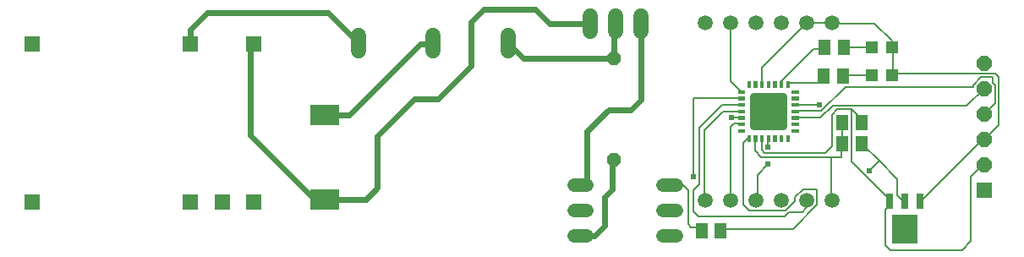
<source format=gtl>
G75*
G70*
%OFA0B0*%
%FSLAX24Y24*%
%IPPOS*%
%LPD*%
%AMOC8*
5,1,8,0,0,1.08239X$1,22.5*
%
%ADD10C,0.0028*%
%ADD11C,0.0291*%
%ADD12C,0.0594*%
%ADD13C,0.0520*%
%ADD14R,0.0472X0.0591*%
%ADD15R,0.0512X0.0630*%
%ADD16R,0.0315X0.0591*%
%ADD17R,0.0984X0.1181*%
%ADD18R,0.0600X0.0600*%
%ADD19OC8,0.0600*%
%ADD20C,0.0600*%
%ADD21OC8,0.0520*%
%ADD22R,0.1181X0.0787*%
%ADD23C,0.0594*%
%ADD24R,0.0594X0.0594*%
%ADD25R,0.0472X0.0472*%
%ADD26C,0.0060*%
%ADD27C,0.0240*%
%ADD28C,0.0240*%
D10*
X028780Y005925D02*
X028780Y006035D01*
X029028Y006035D01*
X029028Y005925D01*
X028780Y005925D01*
X028780Y005952D02*
X029028Y005952D01*
X029028Y005979D02*
X028780Y005979D01*
X028780Y006006D02*
X029028Y006006D01*
X029028Y006033D02*
X028780Y006033D01*
X028780Y006181D02*
X028780Y006291D01*
X029028Y006291D01*
X029028Y006181D01*
X028780Y006181D01*
X028780Y006208D02*
X029028Y006208D01*
X029028Y006235D02*
X028780Y006235D01*
X028780Y006262D02*
X029028Y006262D01*
X029028Y006289D02*
X028780Y006289D01*
X028780Y006437D02*
X028780Y006547D01*
X029028Y006547D01*
X029028Y006437D01*
X028780Y006437D01*
X028780Y006464D02*
X029028Y006464D01*
X029028Y006491D02*
X028780Y006491D01*
X028780Y006518D02*
X029028Y006518D01*
X029028Y006545D02*
X028780Y006545D01*
X028780Y006693D02*
X028780Y006803D01*
X029028Y006803D01*
X029028Y006693D01*
X028780Y006693D01*
X028780Y006720D02*
X029028Y006720D01*
X029028Y006747D02*
X028780Y006747D01*
X028780Y006774D02*
X029028Y006774D01*
X029028Y006801D02*
X028780Y006801D01*
X028780Y006949D02*
X028780Y007059D01*
X029028Y007059D01*
X029028Y006949D01*
X028780Y006949D01*
X028780Y006976D02*
X029028Y006976D01*
X029028Y007003D02*
X028780Y007003D01*
X028780Y007030D02*
X029028Y007030D01*
X029028Y007057D02*
X028780Y007057D01*
X028780Y007205D02*
X028780Y007315D01*
X029028Y007315D01*
X029028Y007205D01*
X028780Y007205D01*
X028780Y007232D02*
X029028Y007232D01*
X029028Y007259D02*
X028780Y007259D01*
X028780Y007286D02*
X029028Y007286D01*
X029028Y007313D02*
X028780Y007313D01*
X028780Y007460D02*
X028780Y007570D01*
X029028Y007570D01*
X029028Y007460D01*
X028780Y007460D01*
X028780Y007487D02*
X029028Y007487D01*
X029028Y007514D02*
X028780Y007514D01*
X028780Y007541D02*
X029028Y007541D01*
X029028Y007568D02*
X028780Y007568D01*
X029145Y007687D02*
X029145Y007935D01*
X029255Y007935D01*
X029255Y007687D01*
X029145Y007687D01*
X029145Y007714D02*
X029255Y007714D01*
X029255Y007741D02*
X029145Y007741D01*
X029145Y007768D02*
X029255Y007768D01*
X029255Y007795D02*
X029145Y007795D01*
X029145Y007822D02*
X029255Y007822D01*
X029255Y007849D02*
X029145Y007849D01*
X029145Y007876D02*
X029255Y007876D01*
X029255Y007903D02*
X029145Y007903D01*
X029145Y007930D02*
X029255Y007930D01*
X029401Y007935D02*
X029401Y007687D01*
X029401Y007935D02*
X029511Y007935D01*
X029511Y007687D01*
X029401Y007687D01*
X029401Y007714D02*
X029511Y007714D01*
X029511Y007741D02*
X029401Y007741D01*
X029401Y007768D02*
X029511Y007768D01*
X029511Y007795D02*
X029401Y007795D01*
X029401Y007822D02*
X029511Y007822D01*
X029511Y007849D02*
X029401Y007849D01*
X029401Y007876D02*
X029511Y007876D01*
X029511Y007903D02*
X029401Y007903D01*
X029401Y007930D02*
X029511Y007930D01*
X029656Y007935D02*
X029656Y007687D01*
X029656Y007935D02*
X029766Y007935D01*
X029766Y007687D01*
X029656Y007687D01*
X029656Y007714D02*
X029766Y007714D01*
X029766Y007741D02*
X029656Y007741D01*
X029656Y007768D02*
X029766Y007768D01*
X029766Y007795D02*
X029656Y007795D01*
X029656Y007822D02*
X029766Y007822D01*
X029766Y007849D02*
X029656Y007849D01*
X029656Y007876D02*
X029766Y007876D01*
X029766Y007903D02*
X029656Y007903D01*
X029656Y007930D02*
X029766Y007930D01*
X029912Y007935D02*
X029912Y007687D01*
X029912Y007935D02*
X030022Y007935D01*
X030022Y007687D01*
X029912Y007687D01*
X029912Y007714D02*
X030022Y007714D01*
X030022Y007741D02*
X029912Y007741D01*
X029912Y007768D02*
X030022Y007768D01*
X030022Y007795D02*
X029912Y007795D01*
X029912Y007822D02*
X030022Y007822D01*
X030022Y007849D02*
X029912Y007849D01*
X029912Y007876D02*
X030022Y007876D01*
X030022Y007903D02*
X029912Y007903D01*
X029912Y007930D02*
X030022Y007930D01*
X030168Y007935D02*
X030168Y007687D01*
X030168Y007935D02*
X030278Y007935D01*
X030278Y007687D01*
X030168Y007687D01*
X030168Y007714D02*
X030278Y007714D01*
X030278Y007741D02*
X030168Y007741D01*
X030168Y007768D02*
X030278Y007768D01*
X030278Y007795D02*
X030168Y007795D01*
X030168Y007822D02*
X030278Y007822D01*
X030278Y007849D02*
X030168Y007849D01*
X030168Y007876D02*
X030278Y007876D01*
X030278Y007903D02*
X030168Y007903D01*
X030168Y007930D02*
X030278Y007930D01*
X030424Y007935D02*
X030424Y007687D01*
X030424Y007935D02*
X030534Y007935D01*
X030534Y007687D01*
X030424Y007687D01*
X030424Y007714D02*
X030534Y007714D01*
X030534Y007741D02*
X030424Y007741D01*
X030424Y007768D02*
X030534Y007768D01*
X030534Y007795D02*
X030424Y007795D01*
X030424Y007822D02*
X030534Y007822D01*
X030534Y007849D02*
X030424Y007849D01*
X030424Y007876D02*
X030534Y007876D01*
X030534Y007903D02*
X030424Y007903D01*
X030424Y007930D02*
X030534Y007930D01*
X030680Y007935D02*
X030680Y007687D01*
X030680Y007935D02*
X030790Y007935D01*
X030790Y007687D01*
X030680Y007687D01*
X030680Y007714D02*
X030790Y007714D01*
X030790Y007741D02*
X030680Y007741D01*
X030680Y007768D02*
X030790Y007768D01*
X030790Y007795D02*
X030680Y007795D01*
X030680Y007822D02*
X030790Y007822D01*
X030790Y007849D02*
X030680Y007849D01*
X030680Y007876D02*
X030790Y007876D01*
X030790Y007903D02*
X030680Y007903D01*
X030680Y007930D02*
X030790Y007930D01*
X030906Y007570D02*
X030906Y007460D01*
X030906Y007570D02*
X031154Y007570D01*
X031154Y007460D01*
X030906Y007460D01*
X030906Y007487D02*
X031154Y007487D01*
X031154Y007514D02*
X030906Y007514D01*
X030906Y007541D02*
X031154Y007541D01*
X031154Y007568D02*
X030906Y007568D01*
X030906Y007315D02*
X030906Y007205D01*
X030906Y007315D02*
X031154Y007315D01*
X031154Y007205D01*
X030906Y007205D01*
X030906Y007232D02*
X031154Y007232D01*
X031154Y007259D02*
X030906Y007259D01*
X030906Y007286D02*
X031154Y007286D01*
X031154Y007313D02*
X030906Y007313D01*
X030906Y007059D02*
X030906Y006949D01*
X030906Y007059D02*
X031154Y007059D01*
X031154Y006949D01*
X030906Y006949D01*
X030906Y006976D02*
X031154Y006976D01*
X031154Y007003D02*
X030906Y007003D01*
X030906Y007030D02*
X031154Y007030D01*
X031154Y007057D02*
X030906Y007057D01*
X030906Y006803D02*
X030906Y006693D01*
X030906Y006803D02*
X031154Y006803D01*
X031154Y006693D01*
X030906Y006693D01*
X030906Y006720D02*
X031154Y006720D01*
X031154Y006747D02*
X030906Y006747D01*
X030906Y006774D02*
X031154Y006774D01*
X031154Y006801D02*
X030906Y006801D01*
X030906Y006547D02*
X030906Y006437D01*
X030906Y006547D02*
X031154Y006547D01*
X031154Y006437D01*
X030906Y006437D01*
X030906Y006464D02*
X031154Y006464D01*
X031154Y006491D02*
X030906Y006491D01*
X030906Y006518D02*
X031154Y006518D01*
X031154Y006545D02*
X030906Y006545D01*
X030906Y006291D02*
X030906Y006181D01*
X030906Y006291D02*
X031154Y006291D01*
X031154Y006181D01*
X030906Y006181D01*
X030906Y006208D02*
X031154Y006208D01*
X031154Y006235D02*
X030906Y006235D01*
X030906Y006262D02*
X031154Y006262D01*
X031154Y006289D02*
X030906Y006289D01*
X030906Y006035D02*
X030906Y005925D01*
X030906Y006035D02*
X031154Y006035D01*
X031154Y005925D01*
X030906Y005925D01*
X030906Y005952D02*
X031154Y005952D01*
X031154Y005979D02*
X030906Y005979D01*
X030906Y006006D02*
X031154Y006006D01*
X031154Y006033D02*
X030906Y006033D01*
X030680Y005809D02*
X030680Y005561D01*
X030680Y005809D02*
X030790Y005809D01*
X030790Y005561D01*
X030680Y005561D01*
X030680Y005588D02*
X030790Y005588D01*
X030790Y005615D02*
X030680Y005615D01*
X030680Y005642D02*
X030790Y005642D01*
X030790Y005669D02*
X030680Y005669D01*
X030680Y005696D02*
X030790Y005696D01*
X030790Y005723D02*
X030680Y005723D01*
X030680Y005750D02*
X030790Y005750D01*
X030790Y005777D02*
X030680Y005777D01*
X030680Y005804D02*
X030790Y005804D01*
X030424Y005809D02*
X030424Y005561D01*
X030424Y005809D02*
X030534Y005809D01*
X030534Y005561D01*
X030424Y005561D01*
X030424Y005588D02*
X030534Y005588D01*
X030534Y005615D02*
X030424Y005615D01*
X030424Y005642D02*
X030534Y005642D01*
X030534Y005669D02*
X030424Y005669D01*
X030424Y005696D02*
X030534Y005696D01*
X030534Y005723D02*
X030424Y005723D01*
X030424Y005750D02*
X030534Y005750D01*
X030534Y005777D02*
X030424Y005777D01*
X030424Y005804D02*
X030534Y005804D01*
X030168Y005809D02*
X030168Y005561D01*
X030168Y005809D02*
X030278Y005809D01*
X030278Y005561D01*
X030168Y005561D01*
X030168Y005588D02*
X030278Y005588D01*
X030278Y005615D02*
X030168Y005615D01*
X030168Y005642D02*
X030278Y005642D01*
X030278Y005669D02*
X030168Y005669D01*
X030168Y005696D02*
X030278Y005696D01*
X030278Y005723D02*
X030168Y005723D01*
X030168Y005750D02*
X030278Y005750D01*
X030278Y005777D02*
X030168Y005777D01*
X030168Y005804D02*
X030278Y005804D01*
X029912Y005809D02*
X029912Y005561D01*
X029912Y005809D02*
X030022Y005809D01*
X030022Y005561D01*
X029912Y005561D01*
X029912Y005588D02*
X030022Y005588D01*
X030022Y005615D02*
X029912Y005615D01*
X029912Y005642D02*
X030022Y005642D01*
X030022Y005669D02*
X029912Y005669D01*
X029912Y005696D02*
X030022Y005696D01*
X030022Y005723D02*
X029912Y005723D01*
X029912Y005750D02*
X030022Y005750D01*
X030022Y005777D02*
X029912Y005777D01*
X029912Y005804D02*
X030022Y005804D01*
X029656Y005809D02*
X029656Y005561D01*
X029656Y005809D02*
X029766Y005809D01*
X029766Y005561D01*
X029656Y005561D01*
X029656Y005588D02*
X029766Y005588D01*
X029766Y005615D02*
X029656Y005615D01*
X029656Y005642D02*
X029766Y005642D01*
X029766Y005669D02*
X029656Y005669D01*
X029656Y005696D02*
X029766Y005696D01*
X029766Y005723D02*
X029656Y005723D01*
X029656Y005750D02*
X029766Y005750D01*
X029766Y005777D02*
X029656Y005777D01*
X029656Y005804D02*
X029766Y005804D01*
X029401Y005809D02*
X029401Y005561D01*
X029401Y005809D02*
X029511Y005809D01*
X029511Y005561D01*
X029401Y005561D01*
X029401Y005588D02*
X029511Y005588D01*
X029511Y005615D02*
X029401Y005615D01*
X029401Y005642D02*
X029511Y005642D01*
X029511Y005669D02*
X029401Y005669D01*
X029401Y005696D02*
X029511Y005696D01*
X029511Y005723D02*
X029401Y005723D01*
X029401Y005750D02*
X029511Y005750D01*
X029511Y005777D02*
X029401Y005777D01*
X029401Y005804D02*
X029511Y005804D01*
X029145Y005809D02*
X029145Y005561D01*
X029145Y005809D02*
X029255Y005809D01*
X029255Y005561D01*
X029145Y005561D01*
X029145Y005588D02*
X029255Y005588D01*
X029255Y005615D02*
X029145Y005615D01*
X029145Y005642D02*
X029255Y005642D01*
X029255Y005669D02*
X029145Y005669D01*
X029145Y005696D02*
X029255Y005696D01*
X029255Y005723D02*
X029145Y005723D01*
X029145Y005750D02*
X029255Y005750D01*
X029255Y005777D02*
X029145Y005777D01*
X029145Y005804D02*
X029255Y005804D01*
D11*
X029384Y006165D02*
X029384Y007331D01*
X030550Y007331D01*
X030550Y006165D01*
X029384Y006165D01*
X029384Y006455D02*
X030550Y006455D01*
X030550Y006745D02*
X029384Y006745D01*
X029384Y007035D02*
X030550Y007035D01*
X030550Y007325D02*
X029384Y007325D01*
D12*
X029486Y010215D03*
X028486Y010215D03*
X027486Y010215D03*
X030486Y010215D03*
X031486Y010215D03*
X032486Y010215D03*
X032486Y003215D03*
X031486Y003215D03*
X030486Y003215D03*
X029486Y003215D03*
X028486Y003215D03*
X027486Y003215D03*
D13*
X026359Y002824D02*
X025839Y002824D01*
X025839Y003824D02*
X026359Y003824D01*
X022839Y003824D02*
X022319Y003824D01*
X022319Y002824D02*
X022839Y002824D01*
X022839Y001824D02*
X022319Y001824D01*
X025839Y001824D02*
X026359Y001824D01*
D14*
X027355Y002038D03*
X028105Y002038D03*
X032163Y008138D03*
X032913Y008138D03*
X032943Y009248D03*
X032193Y009248D03*
D15*
X032875Y006289D03*
X033662Y006289D03*
X033662Y005456D03*
X032875Y005456D03*
D16*
X034764Y003201D03*
X035354Y003201D03*
X035945Y003201D03*
D17*
X035354Y002098D03*
D18*
X038477Y003646D03*
D19*
X038477Y004646D03*
X038477Y005646D03*
X038477Y006646D03*
X038477Y007646D03*
X038477Y008646D03*
D20*
X024958Y009888D02*
X024958Y010488D01*
X023958Y010488D02*
X023958Y009888D01*
X022958Y009888D02*
X022958Y010488D01*
D21*
X023898Y008818D03*
X023898Y004818D03*
D22*
X012498Y003265D03*
X012498Y006612D03*
D23*
X013818Y009131D02*
X013818Y009725D01*
X016771Y009725D02*
X016771Y009131D01*
X019724Y009131D02*
X019724Y009725D01*
D24*
X000948Y003148D03*
X007198Y003148D03*
X008448Y003148D03*
X009698Y003148D03*
X009698Y009398D03*
X007198Y009398D03*
X000948Y009398D03*
D25*
X034045Y009248D03*
X034872Y009248D03*
X034872Y008168D03*
X034045Y008168D03*
D26*
X032928Y008168D01*
X032928Y008138D01*
X032913Y008138D01*
X032163Y008138D02*
X032141Y008088D01*
X032141Y007852D01*
X030802Y007852D01*
X030735Y007811D01*
X030487Y007852D02*
X030479Y007811D01*
X030468Y007838D01*
X030471Y007844D02*
X030463Y007907D01*
X031747Y009190D01*
X032141Y009190D01*
X032193Y009248D01*
X032928Y009248D02*
X032943Y009248D01*
X032928Y009248D02*
X032958Y009278D01*
X032988Y009248D01*
X034045Y009248D01*
X034818Y009278D02*
X034848Y009248D01*
X034872Y009248D01*
X034848Y009271D01*
X034848Y009518D01*
X034158Y010208D01*
X032478Y010208D01*
X032486Y010215D01*
X031486Y010215D01*
X031458Y010208D01*
X029718Y008468D01*
X029718Y007868D01*
X029711Y007811D01*
X030471Y007844D02*
X030487Y007852D01*
X028904Y007515D02*
X028486Y007933D01*
X028486Y010215D01*
X034872Y009248D02*
X034878Y009248D01*
X034878Y008168D01*
X034872Y008168D01*
X034897Y008246D01*
X038912Y008246D01*
X039070Y008088D01*
X039070Y006198D01*
X038519Y005647D01*
X038477Y005646D01*
X038440Y005647D01*
X035999Y003206D01*
X035945Y003201D01*
X035354Y003201D02*
X035290Y003206D01*
X035054Y003442D01*
X035054Y004072D01*
X034345Y004781D01*
X033952Y004387D01*
X034345Y004781D02*
X033715Y005411D01*
X033662Y005456D01*
X032875Y005456D02*
X032849Y005411D01*
X032849Y004939D01*
X032456Y004939D01*
X032456Y003285D01*
X032486Y003215D01*
X031904Y003049D02*
X030960Y002104D01*
X028125Y002104D01*
X028105Y002038D01*
X027355Y002038D02*
X027318Y001988D01*
X027228Y002168D01*
X026928Y002168D01*
X026808Y002288D01*
X026808Y003638D01*
X026598Y003848D01*
X025845Y003848D01*
X025839Y003824D01*
X027018Y003638D02*
X027018Y002798D01*
X027228Y002588D01*
X030618Y002588D01*
X030798Y002768D01*
X031308Y002768D01*
X031458Y002918D01*
X031458Y003187D01*
X031486Y003215D01*
X031488Y003188D01*
X031904Y003049D02*
X031904Y003679D01*
X031353Y003679D01*
X031038Y003364D01*
X031038Y003206D01*
X030645Y002813D01*
X029219Y002813D01*
X028983Y003049D01*
X028983Y005482D01*
X029149Y005647D01*
X029200Y005685D01*
X029456Y005685D02*
X029463Y005647D01*
X029456Y005576D01*
X029456Y005183D01*
X029700Y004939D01*
X032456Y004939D01*
X032208Y005108D02*
X032478Y005378D01*
X032478Y006608D01*
X032688Y006818D01*
X033258Y006818D01*
X033258Y004748D01*
X034758Y003248D01*
X034764Y003201D01*
X034728Y003165D01*
X034728Y003008D01*
X034578Y002858D01*
X034578Y001478D01*
X034788Y001268D01*
X037608Y001268D01*
X037968Y001628D01*
X037968Y004178D01*
X038418Y004628D01*
X038477Y004646D01*
X034764Y003201D02*
X034758Y003188D01*
X029967Y004655D02*
X029542Y004230D01*
X029542Y003285D01*
X029486Y003215D01*
X028486Y003215D02*
X028488Y003668D01*
X028488Y006128D01*
X028608Y006248D01*
X028848Y006248D01*
X028904Y006236D01*
X028904Y006492D02*
X028826Y006490D01*
X028519Y006490D01*
X028848Y006728D02*
X028188Y006728D01*
X027468Y006008D01*
X027468Y003398D01*
X027486Y003215D01*
X027018Y003638D02*
X027258Y003878D01*
X027258Y006098D01*
X028158Y006998D01*
X028899Y006998D01*
X028904Y007004D01*
X028878Y006998D01*
X028904Y006748D02*
X028848Y006728D01*
X028834Y007253D02*
X027023Y007253D01*
X027023Y004151D01*
X029718Y005228D02*
X029838Y005108D01*
X032208Y005108D01*
X032875Y005456D02*
X032875Y006289D01*
X033258Y006818D02*
X033618Y006458D01*
X033662Y006289D01*
X033007Y007694D02*
X032062Y006750D01*
X031038Y006750D01*
X031030Y006748D01*
X031038Y006986D02*
X031030Y007004D01*
X031038Y006986D02*
X031983Y006986D01*
X032032Y006492D02*
X032508Y006968D01*
X037799Y006968D01*
X038477Y007646D01*
X038834Y007852D02*
X038912Y007773D01*
X038912Y007065D01*
X038519Y006671D01*
X038477Y006646D01*
X038046Y007694D02*
X038046Y007773D01*
X038361Y008088D01*
X038834Y008088D01*
X038834Y007852D01*
X038046Y007694D02*
X033007Y007694D01*
X032032Y006492D02*
X031030Y006492D01*
X029967Y005685D02*
X029967Y005332D01*
X029718Y005228D02*
X029718Y005648D01*
X029711Y005685D01*
X028904Y007260D02*
X028834Y007253D01*
D27*
X028519Y006490D03*
X031983Y006986D03*
X029967Y005332D03*
X029967Y004655D03*
X027023Y004151D03*
X033952Y004387D03*
D28*
X024958Y007208D02*
X024958Y010188D01*
X023958Y010188D02*
X023898Y010128D01*
X023898Y008818D01*
X020334Y008818D01*
X019724Y009428D01*
X020778Y010778D02*
X021368Y010188D01*
X022958Y010188D01*
X020778Y010778D02*
X018768Y010778D01*
X018258Y010268D01*
X018258Y008528D01*
X016968Y007238D01*
X016038Y007238D01*
X014568Y005768D01*
X014568Y003728D01*
X014118Y003278D01*
X012511Y003278D01*
X012498Y003265D01*
X012091Y003265D01*
X009558Y005798D01*
X009558Y009258D01*
X009698Y009398D01*
X007848Y010628D02*
X007198Y009978D01*
X007198Y009398D01*
X007848Y010628D02*
X012618Y010628D01*
X013818Y009428D01*
X016248Y009398D02*
X016741Y009398D01*
X016771Y009428D01*
X016248Y009398D02*
X013462Y006612D01*
X012498Y006612D01*
X022839Y005959D02*
X022839Y003824D01*
X023528Y003358D02*
X023828Y003658D01*
X023828Y004718D01*
X023898Y004818D01*
X022839Y005959D02*
X023688Y006808D01*
X024558Y006808D01*
X024958Y007208D01*
X023528Y003358D02*
X023528Y002228D01*
X023124Y001824D01*
X022839Y001824D01*
M02*

</source>
